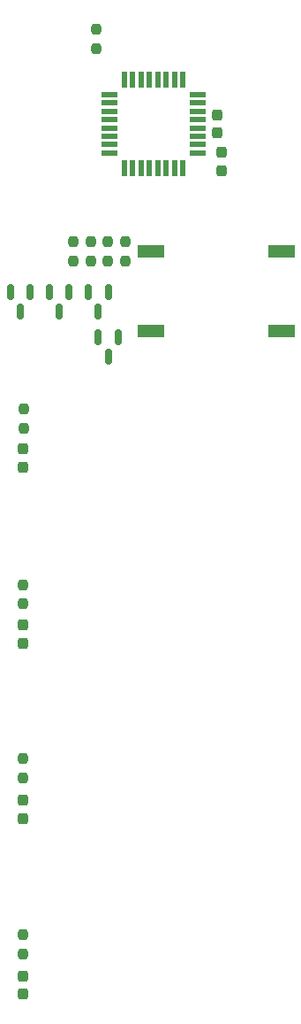
<source format=gbr>
%TF.GenerationSoftware,KiCad,Pcbnew,8.0.8-8.0.8-0~ubuntu24.04.1*%
%TF.CreationDate,2025-03-23T19:57:33+01:00*%
%TF.ProjectId,teaser,74656173-6572-42e6-9b69-6361645f7063,rev?*%
%TF.SameCoordinates,Original*%
%TF.FileFunction,Paste,Top*%
%TF.FilePolarity,Positive*%
%FSLAX46Y46*%
G04 Gerber Fmt 4.6, Leading zero omitted, Abs format (unit mm)*
G04 Created by KiCad (PCBNEW 8.0.8-8.0.8-0~ubuntu24.04.1) date 2025-03-23 19:57:33*
%MOMM*%
%LPD*%
G01*
G04 APERTURE LIST*
G04 Aperture macros list*
%AMRoundRect*
0 Rectangle with rounded corners*
0 $1 Rounding radius*
0 $2 $3 $4 $5 $6 $7 $8 $9 X,Y pos of 4 corners*
0 Add a 4 corners polygon primitive as box body*
4,1,4,$2,$3,$4,$5,$6,$7,$8,$9,$2,$3,0*
0 Add four circle primitives for the rounded corners*
1,1,$1+$1,$2,$3*
1,1,$1+$1,$4,$5*
1,1,$1+$1,$6,$7*
1,1,$1+$1,$8,$9*
0 Add four rect primitives between the rounded corners*
20,1,$1+$1,$2,$3,$4,$5,0*
20,1,$1+$1,$4,$5,$6,$7,0*
20,1,$1+$1,$6,$7,$8,$9,0*
20,1,$1+$1,$8,$9,$2,$3,0*%
G04 Aperture macros list end*
%ADD10RoundRect,0.150000X-0.150000X0.587500X-0.150000X-0.587500X0.150000X-0.587500X0.150000X0.587500X0*%
%ADD11RoundRect,0.237500X-0.237500X0.300000X-0.237500X-0.300000X0.237500X-0.300000X0.237500X0.300000X0*%
%ADD12RoundRect,0.237500X0.237500X-0.250000X0.237500X0.250000X-0.237500X0.250000X-0.237500X-0.250000X0*%
%ADD13RoundRect,0.237500X-0.237500X0.250000X-0.237500X-0.250000X0.237500X-0.250000X0.237500X0.250000X0*%
%ADD14R,1.600000X0.550000*%
%ADD15R,0.550000X1.600000*%
%ADD16RoundRect,0.237500X0.237500X-0.300000X0.237500X0.300000X-0.237500X0.300000X-0.237500X-0.300000X0*%
%ADD17RoundRect,0.237500X0.237500X-0.287500X0.237500X0.287500X-0.237500X0.287500X-0.237500X-0.287500X0*%
%ADD18R,2.500000X1.200000*%
G04 APERTURE END LIST*
D10*
%TO.C,Q3*%
X124650000Y-82600000D03*
X122750000Y-82600000D03*
X123700000Y-84475000D03*
%TD*%
D11*
%TO.C,C4*%
X142600000Y-65637500D03*
X142600000Y-67362500D03*
%TD*%
D12*
%TO.C,R10*%
X130480000Y-79625000D03*
X130480000Y-77800000D03*
%TD*%
D13*
%TO.C,R12*%
X131000000Y-57487500D03*
X131000000Y-59312500D03*
%TD*%
D14*
%TO.C,U3*%
X132250000Y-63700000D03*
X132250000Y-64500000D03*
X132250000Y-65300000D03*
X132250000Y-66100000D03*
X132250000Y-66900000D03*
X132250000Y-67700000D03*
X132250000Y-68500000D03*
X132250000Y-69300000D03*
D15*
X133700000Y-70750000D03*
X134500000Y-70750000D03*
X135300000Y-70750000D03*
X136100000Y-70750000D03*
X136900000Y-70750000D03*
X137700000Y-70750000D03*
X138500000Y-70750000D03*
X139300000Y-70750000D03*
D14*
X140750000Y-69300000D03*
X140750000Y-68500000D03*
X140750000Y-67700000D03*
X140750000Y-66900000D03*
X140750000Y-66100000D03*
X140750000Y-65300000D03*
X140750000Y-64500000D03*
X140750000Y-63700000D03*
D15*
X139300000Y-62250000D03*
X138500000Y-62250000D03*
X137700000Y-62250000D03*
X136900000Y-62250000D03*
X136100000Y-62250000D03*
X135300000Y-62250000D03*
X134500000Y-62250000D03*
X133700000Y-62250000D03*
%TD*%
D12*
%TO.C,R8*%
X133800000Y-79612500D03*
X133800000Y-77787500D03*
%TD*%
D13*
%TO.C,R17*%
X124030000Y-93775000D03*
X124030000Y-95600000D03*
%TD*%
D16*
%TO.C,C5*%
X143000000Y-70962500D03*
X143000000Y-69237500D03*
%TD*%
D17*
%TO.C,D14*%
X123980000Y-116187500D03*
X123980000Y-114437500D03*
%TD*%
D10*
%TO.C,Q1*%
X132150000Y-82600000D03*
X130250000Y-82600000D03*
X131200000Y-84475000D03*
%TD*%
%TO.C,Q4*%
X133100000Y-86900000D03*
X131200000Y-86900000D03*
X132150000Y-88775000D03*
%TD*%
D17*
%TO.C,D15*%
X124000000Y-99375000D03*
X124000000Y-97625000D03*
%TD*%
D12*
%TO.C,R11*%
X128800000Y-79625000D03*
X128800000Y-77800000D03*
%TD*%
D10*
%TO.C,Q2*%
X128400000Y-82600000D03*
X126500000Y-82600000D03*
X127450000Y-84475000D03*
%TD*%
D17*
%TO.C,D12*%
X124000000Y-132937500D03*
X124000000Y-131187500D03*
%TD*%
D13*
%TO.C,R16*%
X124000000Y-110587500D03*
X124000000Y-112412500D03*
%TD*%
%TO.C,R15*%
X124000000Y-144087500D03*
X124000000Y-145912500D03*
%TD*%
D12*
%TO.C,R9*%
X132100000Y-79612500D03*
X132100000Y-77787500D03*
%TD*%
D18*
%TO.C,SW7*%
X136250000Y-86310000D03*
X148750000Y-86310000D03*
X136250000Y-78690000D03*
X148750000Y-78690000D03*
%TD*%
D17*
%TO.C,D13*%
X123990000Y-149762500D03*
X123990000Y-148012500D03*
%TD*%
D13*
%TO.C,R14*%
X124000000Y-127237500D03*
X124000000Y-129062500D03*
%TD*%
M02*

</source>
